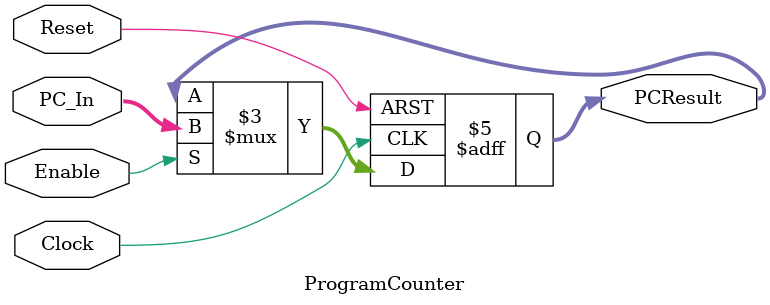
<source format=v>
`timescale 1ns / 1ps


module ProgramCounter(PC_In, PCResult, Enable, Reset, Clock);

	input [31:0] PC_In;
	input Reset, Clock, Enable;

	output reg [31:0] PCResult;
    
//    (* mark_debug = "true" *) reg NewSadLoop, FirstSadComplete;
//    (* mark_debug = "true" *) reg [31:0] SadLoops;
    
    initial begin
        PCResult <= 32'h0000000;
//        SadLoops <= 32'd0;
    end
    
    always @(posedge Clock, posedge Reset) begin
    
        if(Reset)
            PCResult <= 32'h0000000;
        else if (Enable)
            PCResult <= PC_In;
 
//        if (PC_In == 32'd600) NewSadLoop <= 1'b1;
//        else NewSadLoop <= 1'b0;
 
//        if (PC_In == 32'd600) SadLoops <= SadLoops + 1;
//        else if (PC_In == 32'd708) SadLoops <= 0;
 
//        if (PC_In == 32'd264) FirstSadComplete <= 1'b1;
//        else FirstSadComplete <= 1'b0;
 
    end

endmodule


</source>
